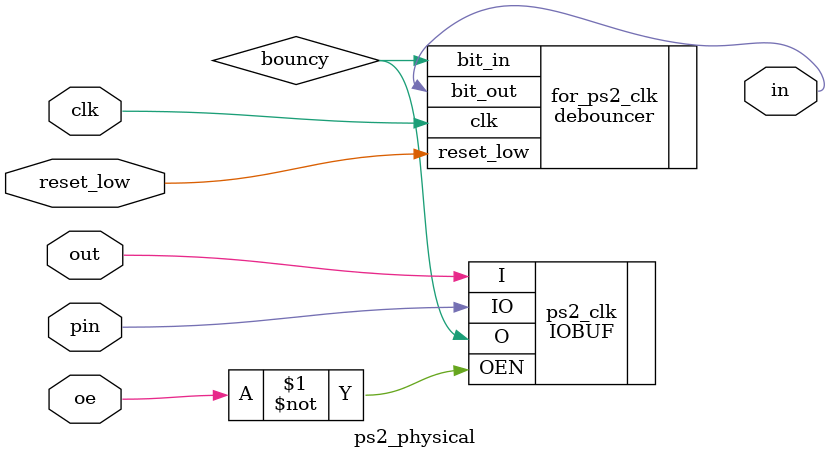
<source format=sv>
`default_nettype none
`timescale 1ns / 1ps
module ps2_physical
(
    input   wire        clk,
    input   wire        reset_low,

    inout   wire        pin,

    output  wire        in,
    input   wire        out,
    input   wire        oe
);

    wire        bouncy;

    IOBUF ps2_clk
    (
        .IO(pin),

        .I(out),
        .O(bouncy),
        .OEN(~oe)
    );

    debouncer
    #(
        .CYCLES(255)
    )
    for_ps2_clk
    (
        .clk(clk),
        .reset_low(reset_low),

        .bit_in(bouncy),
        .bit_out(in)
    );

endmodule
</source>
